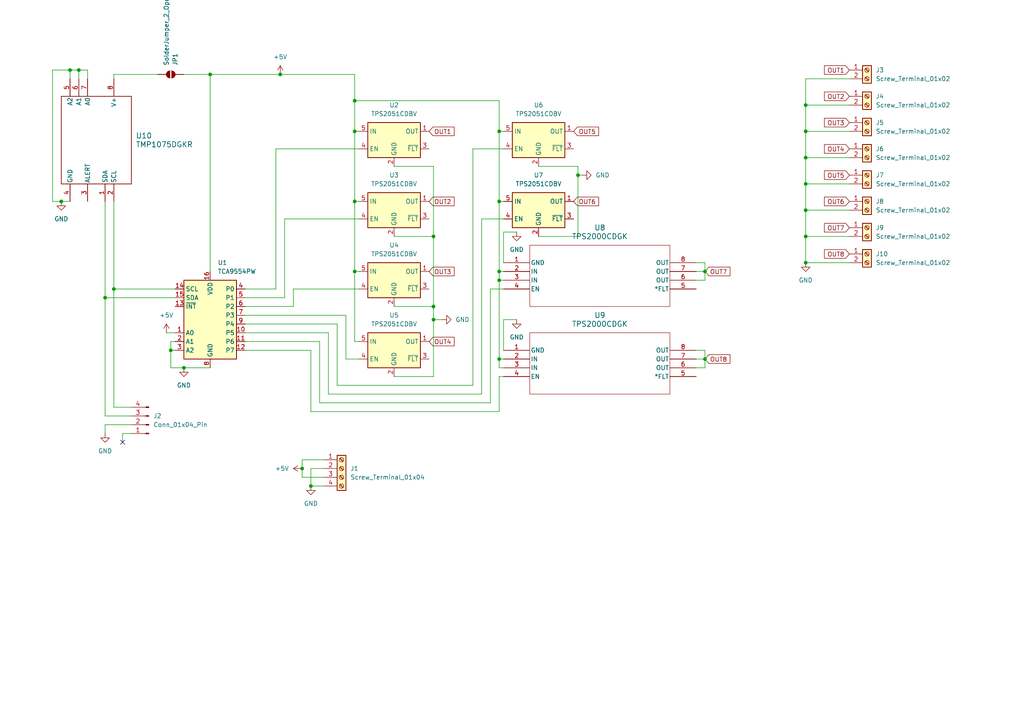
<source format=kicad_sch>
(kicad_sch (version 20231120) (generator "eeschema") (generator_version "8.0")
  (paper "A4")
  (lib_symbols
    (symbol "Connector:Conn_01x04_Pin" (pin_names (offset 1.016) hide)
      (property "Reference" "J" (at 0 5.08 0))
      (property "Value" "Conn_01x04_Pin" (at 0 -7.62 0))
      (symbol "Conn_01x04_Pin_1_1"
        (polyline (pts (xy 1.27 -5.08) (xy 0.8636 -5.08)) (stroke (width 0.1524)))
        (polyline (pts (xy 1.27 -2.54) (xy 0.8636 -2.54)) (stroke (width 0.1524)))
        (polyline (pts (xy 1.27 0) (xy 0.8636 0)) (stroke (width 0.1524)))
        (polyline (pts (xy 1.27 2.54) (xy 0.8636 2.54)) (stroke (width 0.1524)))
        (rectangle (start 0.8636 -4.953) (end 0 -5.207) (stroke (width 0.1524)) (fill (type outline)))
        (rectangle (start 0.8636 -2.413) (end 0 -2.667) (stroke (width 0.1524)) (fill (type outline)))
        (rectangle (start 0.8636 0.127) (end 0 -0.127) (stroke (width 0.1524)) (fill (type outline)))
        (rectangle (start 0.8636 2.667) (end 0 2.413) (stroke (width 0.1524)) (fill (type outline)))
        (pin passive line (at 5.08 2.54 180) (length 3.81) (name "Pin_1") (number "1"))
        (pin passive line (at 5.08 0 180) (length 3.81) (name "Pin_2") (number "2"))
        (pin passive line (at 5.08 -2.54 180) (length 3.81) (name "Pin_3") (number "3"))
        (pin passive line (at 5.08 -5.08 180) (length 3.81) (name "Pin_4") (number "4"))
      )
    )
    (symbol "Connector:Screw_Terminal_01x02" (pin_names (offset 1.016) hide)
      (property "Reference" "J" (at 0 2.54 0))
      (property "Value" "Screw_Terminal_01x02" (at 0 -5.08 0))
      (symbol "Screw_Terminal_01x02_1_1"
        (rectangle (start -1.27 1.27) (end 1.27 -3.81) (stroke (width 0.254)) (fill (type background)))
        (circle (center 0 -2.54) (radius 0.635) (stroke (width 0.1524)))
        (polyline (pts (xy -0.5334 -2.2098) (xy 0.3302 -3.048)) (stroke (width 0.1524)))
        (polyline (pts (xy -0.5334 0.3302) (xy 0.3302 -0.508)) (stroke (width 0.1524)))
        (polyline (pts (xy -0.3556 -2.032) (xy 0.508 -2.8702)) (stroke (width 0.1524)))
        (polyline (pts (xy -0.3556 0.508) (xy 0.508 -0.3302)) (stroke (width 0.1524)))
        (circle (center 0 0) (radius 0.635) (stroke (width 0.1524)))
        (pin passive line (at -5.08 0 0) (length 3.81) (name "Pin_1") (number "1"))
        (pin passive line (at -5.08 -2.54 0) (length 3.81) (name "Pin_2") (number "2"))
      )
    )
    (symbol "Connector:Screw_Terminal_01x04" (pin_names (offset 1.016) hide)
      (property "Reference" "J" (at 0 5.08 0))
      (property "Value" "Screw_Terminal_01x04" (at 0 -7.62 0))
      (symbol "Screw_Terminal_01x04_1_1"
        (rectangle (start -1.27 3.81) (end 1.27 -6.35) (stroke (width 0.254)) (fill (type background)))
        (circle (center 0 -5.08) (radius 0.635) (stroke (width 0.1524)))
        (circle (center 0 -2.54) (radius 0.635) (stroke (width 0.1524)))
        (polyline (pts (xy -0.5334 -4.7498) (xy 0.3302 -5.588)) (stroke (width 0.1524)))
        (polyline (pts (xy -0.5334 -2.2098) (xy 0.3302 -3.048)) (stroke (width 0.1524)))
        (polyline (pts (xy -0.5334 0.3302) (xy 0.3302 -0.508)) (stroke (width 0.1524)))
        (polyline (pts (xy -0.5334 2.8702) (xy 0.3302 2.032)) (stroke (width 0.1524)))
        (polyline (pts (xy -0.3556 -4.572) (xy 0.508 -5.4102)) (stroke (width 0.1524)))
        (polyline (pts (xy -0.3556 -2.032) (xy 0.508 -2.8702)) (stroke (width 0.1524)))
        (polyline (pts (xy -0.3556 0.508) (xy 0.508 -0.3302)) (stroke (width 0.1524)))
        (polyline (pts (xy -0.3556 3.048) (xy 0.508 2.2098)) (stroke (width 0.1524)))
        (circle (center 0 0) (radius 0.635) (stroke (width 0.1524)))
        (circle (center 0 2.54) (radius 0.635) (stroke (width 0.1524)))
        (pin passive line (at -5.08 2.54 0) (length 3.81) (name "Pin_1") (number "1"))
        (pin passive line (at -5.08 0 0) (length 3.81) (name "Pin_2") (number "2"))
        (pin passive line (at -5.08 -2.54 0) (length 3.81) (name "Pin_3") (number "3"))
        (pin passive line (at -5.08 -5.08 0) (length 3.81) (name "Pin_4") (number "4"))
      )
    )
    (symbol "Interface_Expansion:TCA9554PW"
      (property "Reference" "U" (at -7.62 11.43 0))
      (property "Value" "TCA9554PW" (at 2.54 11.43 0))
      (symbol "TCA9554PW_0_1"
        (rectangle (start -7.62 -12.7) (end 7.62 10.16) (stroke (width 0.254)) (fill (type background)))
      )
      (symbol "TCA9554PW_1_1"
        (pin input line (at -10.16 -5.08 0) (length 2.54) (name "A0") (number "1"))
        (pin bidirectional line (at 10.16 -5.08 180) (length 2.54) (name "P5") (number "10"))
        (pin bidirectional line (at 10.16 -7.62 180) (length 2.54) (name "P6") (number "11"))
        (pin bidirectional line (at 10.16 -10.16 180) (length 2.54) (name "P7") (number "12"))
        (pin open_collector line (at -10.16 2.54 0) (length 2.54) (name "~{INT}") (number "13"))
        (pin input line (at -10.16 7.62 0) (length 2.54) (name "SCL") (number "14"))
        (pin bidirectional line (at -10.16 5.08 0) (length 2.54) (name "SDA") (number "15"))
        (pin power_in line (at 0 12.7 270) (length 2.54) (name "VDD") (number "16"))
        (pin input line (at -10.16 -7.62 0) (length 2.54) (name "A1") (number "2"))
        (pin input line (at -10.16 -10.16 0) (length 2.54) (name "A2") (number "3"))
        (pin bidirectional line (at 10.16 7.62 180) (length 2.54) (name "P0") (number "4"))
        (pin bidirectional line (at 10.16 5.08 180) (length 2.54) (name "P1") (number "5"))
        (pin bidirectional line (at 10.16 2.54 180) (length 2.54) (name "P2") (number "6"))
        (pin bidirectional line (at 10.16 0 180) (length 2.54) (name "P3") (number "7"))
        (pin power_in line (at 0 -15.24 90) (length 2.54) (name "GND") (number "8"))
        (pin bidirectional line (at 10.16 -2.54 180) (length 2.54) (name "P4") (number "9"))
      )
    )
    (symbol "Jumper:SolderJumper_2_Open" (pin_numbers hide) (pin_names (offset 0) hide) (exclude_from_sim yes) (in_bom no)
      (property "Reference" "JP" (at 0 2.032 0))
      (property "Value" "SolderJumper_2_Open" (at 0 -2.54 0))
      (symbol "SolderJumper_2_Open_0_1"
        (arc (start -0.254 1.016) (mid -1.2656 0) (end -0.254 -1.016))
        (arc (start -0.254 1.016) (mid -1.2656 0) (end -0.254 -1.016) (fill (type outline)))
        (polyline (pts (xy -0.254 1.016) (xy -0.254 -1.016)))
        (polyline (pts (xy 0.254 1.016) (xy 0.254 -1.016)))
        (arc (start 0.254 -1.016) (mid 1.2656 0) (end 0.254 1.016))
        (arc (start 0.254 -1.016) (mid 1.2656 0) (end 0.254 1.016) (fill (type outline)))
      )
      (symbol "SolderJumper_2_Open_1_1"
        (pin passive line (at -3.81 0 0) (length 2.54) (name "A") (number "1"))
        (pin passive line (at 3.81 0 180) (length 2.54) (name "B") (number "2"))
      )
    )
    (symbol "Power_Management:TPS2051CDBV"
      (property "Reference" "U" (at -7.62 -6.35 0))
      (property "Value" "TPS2051CDBV" (at -7.62 6.35 0))
      (symbol "TPS2051CDBV_0_1"
        (rectangle (start -7.62 5.08) (end 7.62 -5.08) (stroke (width 0.254)) (fill (type background)))
      )
      (symbol "TPS2051CDBV_1_1"
        (pin power_out line (at 10.16 2.54 180) (length 2.54) (name "OUT") (number "1"))
        (pin power_in line (at 0 -7.62 90) (length 2.54) (name "GND") (number "2"))
        (pin open_collector line (at 10.16 -2.54 180) (length 2.54) (name "~{FLT}") (number "3"))
        (pin input line (at -10.16 -2.54 0) (length 2.54) (name "EN") (number "4"))
        (pin power_in line (at -10.16 2.54 0) (length 2.54) (name "IN") (number "5"))
      )
    )
    (symbol "TMP1075:TMP1075DGKR" (pin_names (offset 0.254))
      (property "Reference" "U" (at 0 2.54 0))
      (property "Value" "TMP1075DGKR" (at 0 0 0))
      (symbol "TMP1075DGKR_0_1"
        (polyline (pts (xy -12.7 -10.16) (xy 12.7 -10.16)) (stroke (width 0.2032)))
        (polyline (pts (xy -12.7 10.16) (xy -12.7 -10.16)) (stroke (width 0.2032)))
        (polyline (pts (xy 12.7 -10.16) (xy 12.7 10.16)) (stroke (width 0.2032)))
        (polyline (pts (xy 12.7 10.16) (xy -12.7 10.16)) (stroke (width 0.2032)))
        (pin bidirectional line (at 17.78 2.54 180) (length 5.08) (name "SDA") (number "1"))
        (pin input line (at 17.78 5.08 180) (length 5.08) (name "SCL") (number "2"))
        (pin open_collector line (at 17.78 -2.54 180) (length 5.08) (name "ALERT") (number "3"))
        (pin power_in line (at 17.78 -7.62 180) (length 5.08) (name "GND") (number "4"))
        (pin input line (at -17.78 -7.62 0) (length 5.08) (name "A2") (number "5"))
        (pin input line (at -17.78 -5.08 0) (length 5.08) (name "A1") (number "6"))
        (pin input line (at -17.78 -2.54 0) (length 5.08) (name "A0") (number "7"))
        (pin power_in line (at -17.78 5.08 0) (length 5.08) (name "V+") (number "8"))
      )
    )
    (symbol "TPS2000C:TPS2000CDGK" (pin_names (offset 0.254))
      (property "Reference" "U" (at 27.94 10.16 0))
      (property "Value" "TPS2000CDGK" (at 27.94 7.62 0))
      (symbol "TPS2000CDGK_0_1"
        (polyline (pts (xy 7.62 -12.7) (xy 48.26 -12.7)) (stroke (width 0.127)))
        (polyline (pts (xy 7.62 5.08) (xy 7.62 -12.7)) (stroke (width 0.127)))
        (polyline (pts (xy 48.26 -12.7) (xy 48.26 5.08)) (stroke (width 0.127)))
        (polyline (pts (xy 48.26 5.08) (xy 7.62 5.08)) (stroke (width 0.127)))
        (pin power_in line (at 0 0 0) (length 7.62) (name "GND") (number "1"))
        (pin input line (at 0 -2.54 0) (length 7.62) (name "IN") (number "2"))
        (pin input line (at 0 -5.08 0) (length 7.62) (name "IN") (number "3"))
        (pin unspecified line (at 0 -7.62 0) (length 7.62) (name "EN") (number "4"))
        (pin unspecified line (at 55.88 -7.62 180) (length 7.62) (name "*FLT") (number "5"))
        (pin output line (at 55.88 -5.08 180) (length 7.62) (name "OUT") (number "6"))
        (pin output line (at 55.88 -2.54 180) (length 7.62) (name "OUT") (number "7"))
        (pin output line (at 55.88 0 180) (length 7.62) (name "OUT") (number "8"))
      )
    )
    (symbol "power:+5V" (power) (pin_numbers hide) (pin_names (offset 0) hide)
      (property "Value" "+5V" (at 0 3.556 0))
      (symbol "+5V_0_1"
        (polyline (pts (xy -0.762 1.27) (xy 0 2.54)))
        (polyline (pts (xy 0 0) (xy 0 2.54)))
        (polyline (pts (xy 0 2.54) (xy 0.762 1.27)))
      )
      (symbol "+5V_1_1"
        (pin power_in line (at 0 0 90) (length 0) (name "~") (number "1"))
      )
    )
    (symbol "power:GND" (power) (pin_numbers hide) (pin_names (offset 0) hide)
      (property "Value" "GND" (at 0 -3.81 0))
      (symbol "GND_0_1"
        (polyline (pts (xy 0 0) (xy 0 -1.27) (xy 1.27 -1.27) (xy 0 -2.54) (xy -1.27 -1.27) (xy 0 -1.27)))
      )
      (symbol "GND_1_1"
        (pin power_in line (at 0 0 270) (length 0) (name "~") (number "1"))
      )
    )
  )
  (junction (at 20.32 20.32))
  (junction (at 144.78 38.1))
  (junction (at 233.68 38.1))
  (junction (at 102.87 78.74))
  (junction (at 87.63 135.89))
  (junction (at 60.96 21.59))
  (junction (at 144.78 78.74))
  (junction (at 125.73 68.58))
  (junction (at 233.68 53.34))
  (junction (at 233.68 76.2))
  (junction (at 53.34 106.68))
  (junction (at 102.87 58.42))
  (junction (at 49.53 101.6))
  (junction (at 33.02 83.82))
  (junction (at 144.78 104.14))
  (junction (at 22.86 20.32))
  (junction (at 144.78 58.42))
  (junction (at 17.78 58.42))
  (junction (at 90.17 140.97))
  (junction (at 144.78 81.28))
  (junction (at 233.68 60.96))
  (junction (at 102.87 38.1))
  (junction (at 204.47 78.74))
  (junction (at 30.48 86.36))
  (junction (at 167.64 50.8))
  (junction (at 125.73 92.71))
  (junction (at 233.68 45.72))
  (junction (at 125.73 88.9))
  (junction (at 233.68 68.58))
  (junction (at 233.68 30.48))
  (junction (at 204.47 104.14))
  (junction (at 102.87 29.21))
  (junction (at 81.28 21.59))
  (no_connect (at 35.56 128.27))
  (wire (pts (xy 144.78 58.42) (xy 144.78 38.1)))
  (wire (pts (xy 30.48 86.36) (xy 30.48 120.65)))
  (wire (pts (xy 167.64 50.8) (xy 167.64 68.58)))
  (wire (pts (xy 144.78 104.14) (xy 144.78 106.68)))
  (wire (pts (xy 85.09 88.9) (xy 85.09 83.82)))
  (wire (pts (xy 233.68 45.72) (xy 233.68 53.34)))
  (wire (pts (xy 125.73 68.58) (xy 125.73 88.9)))
  (wire (pts (xy 146.05 67.31) (xy 149.86 67.31)))
  (wire (pts (xy 233.68 53.34) (xy 246.38 53.34)))
  (wire (pts (xy 71.12 86.36) (xy 82.55 86.36)))
  (wire (pts (xy 125.73 92.71) (xy 128.27 92.71)))
  (wire (pts (xy 204.47 106.68) (xy 201.93 106.68)))
  (wire (pts (xy 233.68 38.1) (xy 233.68 45.72)))
  (wire (pts (xy 50.8 86.36) (xy 30.48 86.36)))
  (wire (pts (xy 60.96 106.68) (xy 53.34 106.68)))
  (wire (pts (xy 102.87 38.1) (xy 104.14 38.1)))
  (wire (pts (xy 102.87 29.21) (xy 102.87 38.1)))
  (wire (pts (xy 146.05 101.6) (xy 146.05 92.71)))
  (wire (pts (xy 201.93 104.14) (xy 204.47 104.14)))
  (wire (pts (xy 92.71 99.06) (xy 71.12 99.06)))
  (wire (pts (xy 102.87 78.74) (xy 104.14 78.74)))
  (wire (pts (xy 233.68 22.86) (xy 233.68 30.48)))
  (wire (pts (xy 246.38 38.1) (xy 233.68 38.1)))
  (wire (pts (xy 33.02 21.59) (xy 33.02 22.86)))
  (wire (pts (xy 25.4 20.32) (xy 25.4 22.86)))
  (wire (pts (xy 50.8 99.06) (xy 49.53 99.06)))
  (wire (pts (xy 82.55 86.36) (xy 82.55 63.5)))
  (wire (pts (xy 144.78 104.14) (xy 146.05 104.14)))
  (wire (pts (xy 17.78 58.42) (xy 20.32 58.42)))
  (wire (pts (xy 22.86 20.32) (xy 22.86 22.86)))
  (wire (pts (xy 204.47 78.74) (xy 204.47 76.2)))
  (wire (pts (xy 93.98 135.89) (xy 90.17 135.89)))
  (wire (pts (xy 30.48 123.19) (xy 30.48 125.73)))
  (wire (pts (xy 45.72 21.59) (xy 33.02 21.59)))
  (wire (pts (xy 204.47 104.14) (xy 204.47 106.68)))
  (wire (pts (xy 144.78 78.74) (xy 144.78 58.42)))
  (wire (pts (xy 102.87 58.42) (xy 104.14 58.42)))
  (wire (pts (xy 137.16 111.76) (xy 137.16 43.18)))
  (wire (pts (xy 30.48 120.65) (xy 38.1 120.65)))
  (wire (pts (xy 144.78 81.28) (xy 146.05 81.28)))
  (wire (pts (xy 146.05 92.71) (xy 149.86 92.71)))
  (wire (pts (xy 80.01 83.82) (xy 80.01 43.18)))
  (wire (pts (xy 38.1 125.73) (xy 35.56 125.73)))
  (wire (pts (xy 102.87 21.59) (xy 102.87 29.21)))
  (wire (pts (xy 60.96 21.59) (xy 53.34 21.59)))
  (wire (pts (xy 201.93 78.74) (xy 204.47 78.74)))
  (wire (pts (xy 33.02 118.11) (xy 38.1 118.11)))
  (wire (pts (xy 233.68 30.48) (xy 233.68 38.1)))
  (wire (pts (xy 233.68 53.34) (xy 233.68 60.96)))
  (wire (pts (xy 204.47 76.2) (xy 201.93 76.2)))
  (wire (pts (xy 144.78 38.1) (xy 146.05 38.1)))
  (wire (pts (xy 114.3 68.58) (xy 125.73 68.58)))
  (wire (pts (xy 35.56 125.73) (xy 35.56 128.27)))
  (wire (pts (xy 95.25 96.52) (xy 71.12 96.52)))
  (wire (pts (xy 114.3 48.26) (xy 125.73 48.26)))
  (wire (pts (xy 102.87 58.42) (xy 102.87 78.74)))
  (wire (pts (xy 81.28 21.59) (xy 102.87 21.59)))
  (wire (pts (xy 71.12 83.82) (xy 80.01 83.82)))
  (wire (pts (xy 125.73 92.71) (xy 125.73 109.22)))
  (wire (pts (xy 20.32 20.32) (xy 22.86 20.32)))
  (wire (pts (xy 38.1 123.19) (xy 30.48 123.19)))
  (wire (pts (xy 144.78 58.42) (xy 146.05 58.42)))
  (wire (pts (xy 233.68 76.2) (xy 246.38 76.2)))
  (wire (pts (xy 20.32 22.86) (xy 20.32 20.32)))
  (wire (pts (xy 82.55 63.5) (xy 104.14 63.5)))
  (wire (pts (xy 156.21 48.26) (xy 167.64 48.26)))
  (wire (pts (xy 104.14 99.06) (xy 102.87 99.06)))
  (wire (pts (xy 100.33 104.14) (xy 104.14 104.14)))
  (wire (pts (xy 246.38 22.86) (xy 233.68 22.86)))
  (wire (pts (xy 146.05 67.31) (xy 146.05 76.2)))
  (wire (pts (xy 80.01 43.18) (xy 104.14 43.18)))
  (wire (pts (xy 204.47 101.6) (xy 204.47 104.14)))
  (wire (pts (xy 87.63 135.89) (xy 87.63 138.43)))
  (wire (pts (xy 87.63 138.43) (xy 93.98 138.43)))
  (wire (pts (xy 142.24 83.82) (xy 142.24 116.84)))
  (wire (pts (xy 92.71 116.84) (xy 92.71 99.06)))
  (wire (pts (xy 146.05 83.82) (xy 142.24 83.82)))
  (wire (pts (xy 97.79 93.98) (xy 97.79 111.76)))
  (wire (pts (xy 201.93 101.6) (xy 204.47 101.6)))
  (wire (pts (xy 204.47 81.28) (xy 204.47 78.74)))
  (wire (pts (xy 49.53 99.06) (xy 49.53 101.6)))
  (wire (pts (xy 71.12 93.98) (xy 97.79 93.98)))
  (wire (pts (xy 102.87 78.74) (xy 102.87 99.06)))
  (wire (pts (xy 144.78 78.74) (xy 146.05 78.74)))
  (wire (pts (xy 49.53 101.6) (xy 49.53 106.68)))
  (wire (pts (xy 85.09 83.82) (xy 104.14 83.82)))
  (wire (pts (xy 146.05 63.5) (xy 139.7 63.5)))
  (wire (pts (xy 60.96 21.59) (xy 81.28 21.59)))
  (wire (pts (xy 125.73 88.9) (xy 125.73 92.71)))
  (wire (pts (xy 233.68 68.58) (xy 233.68 76.2)))
  (wire (pts (xy 167.64 48.26) (xy 167.64 50.8)))
  (wire (pts (xy 144.78 38.1) (xy 144.78 29.21)))
  (wire (pts (xy 144.78 109.22) (xy 144.78 119.38)))
  (wire (pts (xy 53.34 106.68) (xy 49.53 106.68)))
  (wire (pts (xy 90.17 101.6) (xy 90.17 119.38)))
  (wire (pts (xy 139.7 114.3) (xy 95.25 114.3)))
  (wire (pts (xy 90.17 119.38) (xy 144.78 119.38)))
  (wire (pts (xy 142.24 116.84) (xy 92.71 116.84)))
  (wire (pts (xy 125.73 48.26) (xy 125.73 68.58)))
  (wire (pts (xy 15.24 58.42) (xy 17.78 58.42)))
  (wire (pts (xy 87.63 133.35) (xy 87.63 135.89)))
  (wire (pts (xy 233.68 68.58) (xy 246.38 68.58)))
  (wire (pts (xy 100.33 91.44) (xy 100.33 104.14)))
  (wire (pts (xy 233.68 45.72) (xy 246.38 45.72)))
  (wire (pts (xy 233.68 60.96) (xy 233.68 68.58)))
  (wire (pts (xy 144.78 106.68) (xy 146.05 106.68)))
  (wire (pts (xy 22.86 20.32) (xy 25.4 20.32)))
  (wire (pts (xy 144.78 29.21) (xy 102.87 29.21)))
  (wire (pts (xy 144.78 81.28) (xy 144.78 78.74)))
  (wire (pts (xy 167.64 50.8) (xy 168.91 50.8)))
  (wire (pts (xy 33.02 83.82) (xy 33.02 118.11)))
  (wire (pts (xy 95.25 114.3) (xy 95.25 96.52)))
  (wire (pts (xy 97.79 111.76) (xy 137.16 111.76)))
  (wire (pts (xy 71.12 91.44) (xy 100.33 91.44)))
  (wire (pts (xy 49.53 101.6) (xy 50.8 101.6)))
  (wire (pts (xy 15.24 20.32) (xy 15.24 58.42)))
  (wire (pts (xy 71.12 88.9) (xy 85.09 88.9)))
  (wire (pts (xy 233.68 60.96) (xy 246.38 60.96)))
  (wire (pts (xy 137.16 43.18) (xy 146.05 43.18)))
  (wire (pts (xy 93.98 133.35) (xy 87.63 133.35)))
  (wire (pts (xy 156.21 68.58) (xy 167.64 68.58)))
  (wire (pts (xy 144.78 81.28) (xy 144.78 104.14)))
  (wire (pts (xy 60.96 78.74) (xy 60.96 21.59)))
  (wire (pts (xy 90.17 135.89) (xy 90.17 140.97)))
  (wire (pts (xy 50.8 83.82) (xy 33.02 83.82)))
  (wire (pts (xy 125.73 109.22) (xy 114.3 109.22)))
  (wire (pts (xy 139.7 63.5) (xy 139.7 114.3)))
  (wire (pts (xy 30.48 58.42) (xy 30.48 86.36)))
  (wire (pts (xy 33.02 58.42) (xy 33.02 83.82)))
  (wire (pts (xy 71.12 101.6) (xy 90.17 101.6)))
  (wire (pts (xy 114.3 88.9) (xy 125.73 88.9)))
  (wire (pts (xy 201.93 81.28) (xy 204.47 81.28)))
  (wire (pts (xy 246.38 30.48) (xy 233.68 30.48)))
  (wire (pts (xy 144.78 109.22) (xy 146.05 109.22)))
  (wire (pts (xy 102.87 38.1) (xy 102.87 58.42)))
  (wire (pts (xy 15.24 20.32) (xy 20.32 20.32)))
  (wire (pts (xy 90.17 140.97) (xy 93.98 140.97)))
  (wire (pts (xy 48.26 96.52) (xy 50.8 96.52)))
  (global_label "OUT7" (shape input) (at 204.47 78.74 0) (property "Intersheetrefs" "${INTERSHEET_REFS}" (effects (hide yes))))
  (global_label "OUT3" (shape input) (at 124.46 78.74 0) (property "Intersheetrefs" "${INTERSHEET_REFS}" (effects (hide yes))))
  (global_label "OUT3" (shape input) (at 246.38 35.56 180) (property "Intersheetrefs" "${INTERSHEET_REFS}" (effects (hide yes))))
  (global_label "OUT2" (shape input) (at 246.38 27.94 180) (property "Intersheetrefs" "${INTERSHEET_REFS}" (effects (hide yes))))
  (global_label "OUT4" (shape input) (at 124.46 99.06 0) (property "Intersheetrefs" "${INTERSHEET_REFS}" (effects (hide yes))))
  (global_label "OUT5" (shape input) (at 246.38 50.8 180) (property "Intersheetrefs" "${INTERSHEET_REFS}" (effects (hide yes))))
  (global_label "OUT7" (shape input) (at 246.38 66.04 180) (property "Intersheetrefs" "${INTERSHEET_REFS}" (effects (hide yes))))
  (global_label "OUT8" (shape input) (at 246.38 73.66 180) (property "Intersheetrefs" "${INTERSHEET_REFS}" (effects (hide yes))))
  (global_label "OUT4" (shape input) (at 246.38 43.18 180) (property "Intersheetrefs" "${INTERSHEET_REFS}" (effects (hide yes))))
  (global_label "OUT1" (shape input) (at 124.46 38.1 0) (property "Intersheetrefs" "${INTERSHEET_REFS}" (effects (hide yes))))
  (global_label "OUT6" (shape input) (at 166.37 58.42 0) (property "Intersheetrefs" "${INTERSHEET_REFS}" (effects (hide yes))))
  (global_label "OUT5" (shape input) (at 166.37 38.1 0) (property "Intersheetrefs" "${INTERSHEET_REFS}" (effects (hide yes))))
  (global_label "OUT8" (shape input) (at 204.47 104.14 0) (property "Intersheetrefs" "${INTERSHEET_REFS}" (effects (hide yes))))
  (global_label "OUT2" (shape input) (at 124.46 58.42 0) (property "Intersheetrefs" "${INTERSHEET_REFS}" (effects (hide yes))))
  (global_label "OUT6" (shape input) (at 246.38 58.42 180) (property "Intersheetrefs" "${INTERSHEET_REFS}" (effects (hide yes))))
  (global_label "OUT1" (shape input) (at 246.38 20.32 180) (property "Intersheetrefs" "${INTERSHEET_REFS}" (effects (hide yes))))
  (symbol (lib_id "TPS2000C:TPS2000CDGK") (at 146.05 101.6 0) (unit 1)
    (property "Reference" "U9" (at 173.99 91.44 0) (effects (font (size 1.524 1.524))))
    (property "Value" "TPS2000CDGK" (at 173.99 93.98 0) (effects (font (size 1.524 1.524))))
    (property "Footprint" "TPS2000C:DGK8" (effects (hide yes)))
    (property "Datasheet" "TPS2000CDGK" (effects (hide yes)))
  )
  (symbol (lib_id "Connector:Screw_Terminal_01x02") (at 251.46 66.04 0) (unit 1)
    (property "Reference" "J9" (at 254 66.0399 0) (effects (justify left)))
    (property "Value" "Screw_Terminal_01x02" (at 254 68.5799 0) (effects (justify left)))
    (property "Footprint" "TerminalBlock:TerminalBlock_Xinya_XY308-2.54-2P_1x02_P2.54mm_Horizontal" (effects (hide yes)))
    (property "Description" "Generic screw terminal, single row, 01x02, script generated (kicad-library-utils/schlib/autogen/connector/)" (effects (hide yes)))
  )
  (symbol (lib_id "Connector:Screw_Terminal_01x02") (at 251.46 73.66 0) (unit 1)
    (property "Reference" "J10" (at 254 73.6599 0) (effects (justify left)))
    (property "Value" "Screw_Terminal_01x02" (at 254 76.1999 0) (effects (justify left)))
    (property "Footprint" "TerminalBlock:TerminalBlock_Xinya_XY308-2.54-2P_1x02_P2.54mm_Horizontal" (effects (hide yes)))
    (property "Description" "Generic screw terminal, single row, 01x02, script generated (kicad-library-utils/schlib/autogen/connector/)" (effects (hide yes)))
  )
  (symbol (lib_id "Jumper:SolderJumper_2_Open") (at 49.53 21.59 0) (mirror x) (unit 1) (exclude_from_sim yes) (in_bom no)
    (property "Reference" "JP1" (at 50.8001 19.05 90) (effects (justify right)))
    (property "Value" "SolderJumper_2_Open" (at 48.2601 19.05 90) (effects (justify right)))
    (property "Footprint" "Jumper:SolderJumper-2_P1.3mm_Open_TrianglePad1.0x1.5mm" (effects (hide yes)))
    (property "Description" "Solder Jumper, 2-pole, open" (effects (hide yes)))
  )
  (symbol (lib_id "Connector:Screw_Terminal_01x04") (at 99.06 135.89 0) (unit 1)
    (property "Reference" "J1" (at 101.6 135.8899 0) (effects (justify left)))
    (property "Value" "Screw_Terminal_01x04" (at 101.6 138.4299 0) (effects (justify left)))
    (property "Footprint" "TerminalBlock:TerminalBlock_Xinya_XY308-2.54-4P_1x04_P2.54mm_Horizontal" (effects (hide yes)))
    (property "Description" "Generic screw terminal, single row, 01x04, script generated (kicad-library-utils/schlib/autogen/connector/)" (effects (hide yes)))
  )
  (symbol (lib_id "Connector:Screw_Terminal_01x02") (at 251.46 58.42 0) (unit 1)
    (property "Reference" "J8" (at 254 58.4199 0) (effects (justify left)))
    (property "Value" "Screw_Terminal_01x02" (at 254 60.9599 0) (effects (justify left)))
    (property "Footprint" "TerminalBlock:TerminalBlock_Xinya_XY308-2.54-2P_1x02_P2.54mm_Horizontal" (effects (hide yes)))
    (property "Description" "Generic screw terminal, single row, 01x02, script generated (kicad-library-utils/schlib/autogen/connector/)" (effects (hide yes)))
  )
  (symbol (lib_id "power:GND") (at 30.48 125.73 0) (unit 1)
    (property "Reference" "#PWR09" (effects (hide yes)))
    (property "Value" "GND" (at 30.48 130.81 0))
    (property "Description" "Power symbol creates a global label with name \"GND\" , ground" (effects (hide yes)))
  )
  (symbol (lib_id "power:GND") (at 149.86 92.71 0) (unit 1)
    (property "Reference" "#PWR06" (effects (hide yes)))
    (property "Value" "GND" (at 149.86 97.79 0))
    (property "Description" "Power symbol creates a global label with name \"GND\" , ground" (effects (hide yes)))
  )
  (symbol (lib_id "Power_Management:TPS2051CDBV") (at 114.3 81.28 0) (unit 1)
    (property "Reference" "U4" (at 114.3 71.12 0))
    (property "Value" "TPS2051CDBV" (at 114.3 73.66 0))
    (property "Footprint" "Package_TO_SOT_SMD:SOT-23-5" (effects (hide yes)))
    (property "Datasheet" "https://www.ti.com/lit/ds/symlink/tps2051c.pdf" (effects (hide yes)))
    (property "Description" "0.5A Current limited power switch, single channel, output discharge, reverse blocking, SOT-23-5" (effects (hide yes)))
  )
  (symbol (lib_id "power:GND") (at 90.17 140.97 0) (unit 1)
    (property "Reference" "#PWR012" (effects (hide yes)))
    (property "Value" "GND" (at 90.17 146.05 0))
    (property "Description" "Power symbol creates a global label with name \"GND\" , ground" (effects (hide yes)))
  )
  (symbol (lib_id "power:+5V") (at 48.26 96.52 0) (unit 1)
    (property "Reference" "#PWR05" (effects (hide yes)))
    (property "Value" "+5V" (at 48.26 91.44 0))
    (property "Description" "Power symbol creates a global label with name \"+5V\"" (effects (hide yes)))
  )
  (symbol (lib_id "power:GND") (at 149.86 67.31 0) (unit 1)
    (property "Reference" "#PWR07" (effects (hide yes)))
    (property "Value" "GND" (at 149.86 72.39 0))
    (property "Description" "Power symbol creates a global label with name \"GND\" , ground" (effects (hide yes)))
  )
  (symbol (lib_id "Interface_Expansion:TCA9554PW") (at 60.96 91.44 0) (unit 1)
    (property "Reference" "U1" (at 63.1541 76.2 0) (effects (justify left)))
    (property "Value" "TCA9554PW" (at 63.1541 78.74 0) (effects (justify left)))
    (property "Footprint" "Package_SO:TSSOP-16_4.4x5mm_P0.65mm" (effects (hide yes)))
    (property "Datasheet" "http://www.ti.com/lit/ds/symlink/tca9554.pdf" (effects (hide yes)))
    (property "Description" "8 Bit Port/Expander, I2C SMBUS, Interrupt output, TSSOP-16" (effects (hide yes)))
  )
  (symbol (lib_id "Connector:Screw_Terminal_01x02") (at 251.46 43.18 0) (unit 1)
    (property "Reference" "J6" (at 254 43.1799 0) (effects (justify left)))
    (property "Value" "Screw_Terminal_01x02" (at 254 45.7199 0) (effects (justify left)))
    (property "Footprint" "TerminalBlock:TerminalBlock_Xinya_XY308-2.54-2P_1x02_P2.54mm_Horizontal" (effects (hide yes)))
    (property "Description" "Generic screw terminal, single row, 01x02, script generated (kicad-library-utils/schlib/autogen/connector/)" (effects (hide yes)))
  )
  (symbol (lib_id "power:GND") (at 128.27 92.71 90) (unit 1)
    (property "Reference" "#PWR02" (effects (hide yes)))
    (property "Value" "GND" (at 132.08 92.7099 90) (effects (justify right)))
    (property "Description" "Power symbol creates a global label with name \"GND\" , ground" (effects (hide yes)))
  )
  (symbol (lib_id "Power_Management:TPS2051CDBV") (at 114.3 40.64 0) (unit 1)
    (property "Reference" "U2" (at 114.3 30.48 0))
    (property "Value" "TPS2051CDBV" (at 114.3 33.02 0))
    (property "Footprint" "Package_TO_SOT_SMD:SOT-23-5" (effects (hide yes)))
    (property "Datasheet" "https://www.ti.com/lit/ds/symlink/tps2051c.pdf" (effects (hide yes)))
    (property "Description" "0.5A Current limited power switch, single channel, output discharge, reverse blocking, SOT-23-5" (effects (hide yes)))
  )
  (symbol (lib_id "power:+5V") (at 87.63 135.89 90) (unit 1)
    (property "Reference" "#PWR011" (effects (hide yes)))
    (property "Value" "+5V" (at 83.82 135.8899 90) (effects (justify left)))
    (property "Description" "Power symbol creates a global label with name \"+5V\"" (effects (hide yes)))
  )
  (symbol (lib_id "power:GND") (at 233.68 76.2 0) (unit 1)
    (property "Reference" "#PWR013" (effects (hide yes)))
    (property "Value" "GND" (at 233.68 81.28 0))
    (property "Description" "Power symbol creates a global label with name \"GND\" , ground" (effects (hide yes)))
  )
  (symbol (lib_id "Connector:Screw_Terminal_01x02") (at 251.46 35.56 0) (unit 1)
    (property "Reference" "J5" (at 254 35.5599 0) (effects (justify left)))
    (property "Value" "Screw_Terminal_01x02" (at 254 38.0999 0) (effects (justify left)))
    (property "Footprint" "TerminalBlock:TerminalBlock_Xinya_XY308-2.54-2P_1x02_P2.54mm_Horizontal" (effects (hide yes)))
    (property "Description" "Generic screw terminal, single row, 01x02, script generated (kicad-library-utils/schlib/autogen/connector/)" (effects (hide yes)))
  )
  (symbol (lib_id "Power_Management:TPS2051CDBV") (at 114.3 60.96 0) (unit 1)
    (property "Reference" "U3" (at 114.3 50.8 0))
    (property "Value" "TPS2051CDBV" (at 114.3 53.34 0))
    (property "Footprint" "Package_TO_SOT_SMD:SOT-23-5" (effects (hide yes)))
    (property "Datasheet" "https://www.ti.com/lit/ds/symlink/tps2051c.pdf" (effects (hide yes)))
    (property "Description" "0.5A Current limited power switch, single channel, output discharge, reverse blocking, SOT-23-5" (effects (hide yes)))
  )
  (symbol (lib_id "Connector:Screw_Terminal_01x02") (at 251.46 27.94 0) (unit 1)
    (property "Reference" "J4" (at 254 27.9399 0) (effects (justify left)))
    (property "Value" "Screw_Terminal_01x02" (at 254 30.4799 0) (effects (justify left)))
    (property "Footprint" "TerminalBlock:TerminalBlock_Xinya_XY308-2.54-2P_1x02_P2.54mm_Horizontal" (effects (hide yes)))
    (property "Description" "Generic screw terminal, single row, 01x02, script generated (kicad-library-utils/schlib/autogen/connector/)" (effects (hide yes)))
  )
  (symbol (lib_id "TMP1075:TMP1075DGKR") (at 27.94 40.64 270) (unit 1)
    (property "Reference" "U10" (at 39.37 39.3699 90) (effects (font (size 1.524 1.524)) (justify left)))
    (property "Value" "TMP1075DGKR" (at 39.37 41.9099 90) (effects (font (size 1.524 1.524)) (justify left)))
    (property "Footprint" "TMP1075DGK:DGK0008A_L" (effects (hide yes)))
    (property "Datasheet" "TMP1075DGKR" (effects (hide yes)))
  )
  (symbol (lib_id "TPS2000C:TPS2000CDGK") (at 146.05 76.2 0) (unit 1)
    (property "Reference" "U8" (at 173.99 66.04 0) (effects (font (size 1.524 1.524))))
    (property "Value" "TPS2000CDGK" (at 173.99 68.58 0) (effects (font (size 1.524 1.524))))
    (property "Footprint" "TPS2000C:DGK8" (effects (hide yes)))
    (property "Datasheet" "TPS2000CDGK" (effects (hide yes)))
  )
  (symbol (lib_id "Connector:Conn_01x04_Pin") (at 43.18 123.19 180) (unit 1)
    (property "Reference" "J2" (at 44.45 120.6499 0) (effects (justify right)))
    (property "Value" "Conn_01x04_Pin" (at 44.45 123.1899 0) (effects (justify right)))
    (property "Footprint" "Connector_PinHeader_2.54mm:PinHeader_1x04_P2.54mm_Vertical" (effects (hide yes)))
    (property "Description" "Generic connector, single row, 01x04, script generated" (effects (hide yes)))
  )
  (symbol (lib_id "Power_Management:TPS2051CDBV") (at 114.3 101.6 0) (unit 1)
    (property "Reference" "U5" (at 114.3 91.44 0))
    (property "Value" "TPS2051CDBV" (at 114.3 93.98 0))
    (property "Footprint" "Package_TO_SOT_SMD:SOT-23-5" (effects (hide yes)))
    (property "Datasheet" "https://www.ti.com/lit/ds/symlink/tps2051c.pdf" (effects (hide yes)))
    (property "Description" "0.5A Current limited power switch, single channel, output discharge, reverse blocking, SOT-23-5" (effects (hide yes)))
  )
  (symbol (lib_id "power:+5V") (at 81.28 21.59 0) (unit 1)
    (property "Reference" "#PWR01" (effects (hide yes)))
    (property "Value" "+5V" (at 81.28 16.51 0))
    (property "Description" "Power symbol creates a global label with name \"+5V\"" (effects (hide yes)))
  )
  (symbol (lib_id "Connector:Screw_Terminal_01x02") (at 251.46 20.32 0) (unit 1)
    (property "Reference" "J3" (at 254 20.3199 0) (effects (justify left)))
    (property "Value" "Screw_Terminal_01x02" (at 254 22.8599 0) (effects (justify left)))
    (property "Footprint" "TerminalBlock:TerminalBlock_Xinya_XY308-2.54-2P_1x02_P2.54mm_Horizontal" (effects (hide yes)))
    (property "Description" "Generic screw terminal, single row, 01x02, script generated (kicad-library-utils/schlib/autogen/connector/)" (effects (hide yes)))
  )
  (symbol (lib_id "Connector:Screw_Terminal_01x02") (at 251.46 50.8 0) (unit 1)
    (property "Reference" "J7" (at 254 50.7999 0) (effects (justify left)))
    (property "Value" "Screw_Terminal_01x02" (at 254 53.3399 0) (effects (justify left)))
    (property "Footprint" "TerminalBlock:TerminalBlock_Xinya_XY308-2.54-2P_1x02_P2.54mm_Horizontal" (effects (hide yes)))
    (property "Description" "Generic screw terminal, single row, 01x02, script generated (kicad-library-utils/schlib/autogen/connector/)" (effects (hide yes)))
  )
  (symbol (lib_id "power:GND") (at 53.34 106.68 0) (unit 1)
    (property "Reference" "#PWR04" (effects (hide yes)))
    (property "Value" "GND" (at 53.34 111.76 0))
    (property "Description" "Power symbol creates a global label with name \"GND\" , ground" (effects (hide yes)))
  )
  (symbol (lib_id "Power_Management:TPS2051CDBV") (at 156.21 60.96 0) (unit 1)
    (property "Reference" "U7" (at 156.21 50.8 0))
    (property "Value" "TPS2051CDBV" (at 156.21 53.34 0))
    (property "Footprint" "Package_TO_SOT_SMD:SOT-23-5" (effects (hide yes)))
    (property "Datasheet" "https://www.ti.com/lit/ds/symlink/tps2051c.pdf" (effects (hide yes)))
    (property "Description" "0.5A Current limited power switch, single channel, output discharge, reverse blocking, SOT-23-5" (effects (hide yes)))
  )
  (symbol (lib_id "power:GND") (at 17.78 58.42 0) (unit 1)
    (property "Reference" "#PWR08" (effects (hide yes)))
    (property "Value" "GND" (at 17.78 63.5 0))
    (property "Description" "Power symbol creates a global label with name \"GND\" , ground" (effects (hide yes)))
  )
  (symbol (lib_id "power:GND") (at 168.91 50.8 90) (unit 1)
    (property "Reference" "#PWR03" (effects (hide yes)))
    (property "Value" "GND" (at 172.72 50.7999 90) (effects (justify right)))
    (property "Description" "Power symbol creates a global label with name \"GND\" , ground" (effects (hide yes)))
  )
  (symbol (lib_id "Power_Management:TPS2051CDBV") (at 156.21 40.64 0) (unit 1)
    (property "Reference" "U6" (at 156.21 30.48 0))
    (property "Value" "TPS2051CDBV" (at 156.21 33.02 0))
    (property "Footprint" "Package_TO_SOT_SMD:SOT-23-5" (effects (hide yes)))
    (property "Datasheet" "https://www.ti.com/lit/ds/symlink/tps2051c.pdf" (effects (hide yes)))
    (property "Description" "0.5A Current limited power switch, single channel, output discharge, reverse blocking, SOT-23-5" (effects (hide yes)))
  )
)
</source>
